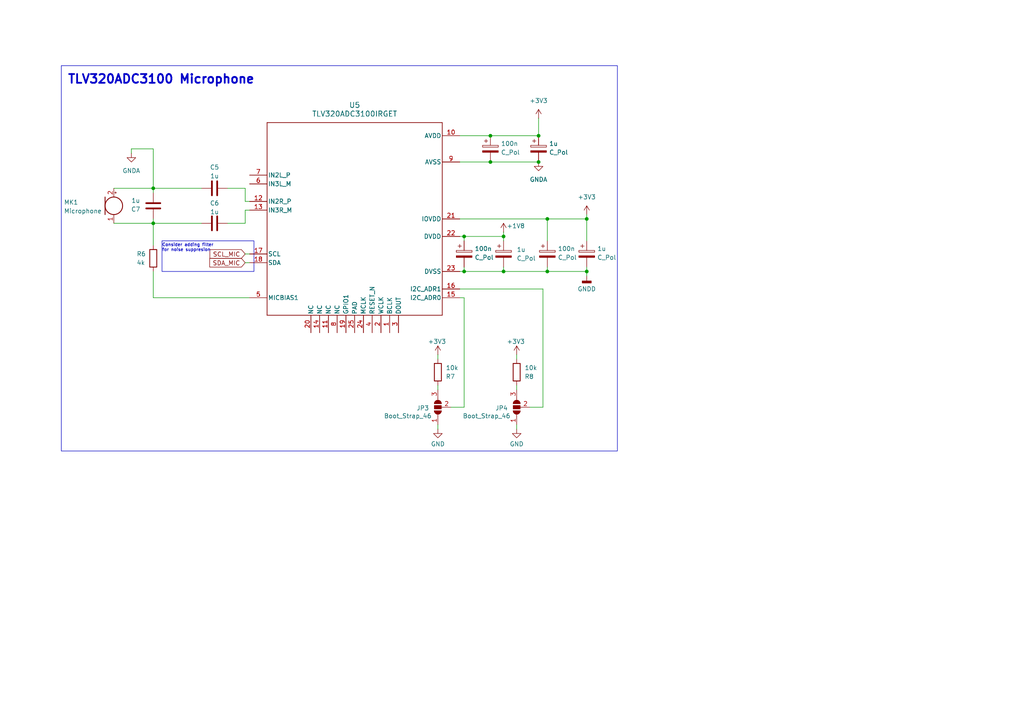
<source format=kicad_sch>
(kicad_sch (version 20231120) (generator "eeschema") (generator_version "8.0")
  (paper "A4")
  (lib_symbols
    (symbol "Device:C" (pin_numbers hide) (pin_names (offset 0.254))
      (property "Reference" "C" (at 0.635 2.54 0))
      (property "Value" "C" (at 0.635 -2.54 0))
      (symbol "C_0_1"
        (polyline (pts (xy -2.032 -0.762) (xy 2.032 -0.762)) (stroke (width 0.508)))
        (polyline (pts (xy -2.032 0.762) (xy 2.032 0.762)) (stroke (width 0.508)))
      )
      (symbol "C_1_1"
        (pin passive line (at 0 3.81 270) (length 2.794) (name "~") (number "1"))
        (pin passive line (at 0 -3.81 90) (length 2.794) (name "~") (number "2"))
      )
    )
    (symbol "Device:C_Polarized" (pin_numbers hide) (pin_names (offset 0.254))
      (property "Reference" "C" (at 0.635 2.54 0))
      (property "Value" "C_Polarized" (at 0.635 -2.54 0))
      (symbol "C_Polarized_0_1"
        (rectangle (start -2.286 0.508) (end 2.286 1.016))
        (polyline (pts (xy -1.778 2.286) (xy -0.762 2.286)))
        (polyline (pts (xy -1.27 2.794) (xy -1.27 1.778)))
        (rectangle (start 2.286 -0.508) (end -2.286 -1.016) (fill (type outline)))
      )
      (symbol "C_Polarized_1_1"
        (pin passive line (at 0 3.81 270) (length 2.794) (name "~") (number "1"))
        (pin passive line (at 0 -3.81 90) (length 2.794) (name "~") (number "2"))
      )
    )
    (symbol "Device:Microphone" (pin_names (offset 0.0254) hide)
      (property "Reference" "MK" (at -3.81 1.27 0))
      (property "Value" "Microphone" (at -3.81 -0.635 0))
      (symbol "Microphone_0_1"
        (polyline (pts (xy -2.54 2.54) (xy -2.54 -2.54)) (stroke (width 0.254)))
        (polyline (pts (xy 0.254 3.81) (xy 0.762 3.81)))
        (polyline (pts (xy 0.508 4.064) (xy 0.508 3.556)))
        (circle (center 0 0) (radius 2.54) (stroke (width 0.254)))
      )
      (symbol "Microphone_1_1"
        (pin passive line (at 0 -5.08 90) (length 2.54) (name "-") (number "1"))
        (pin passive line (at 0 5.08 270) (length 2.54) (name "+") (number "2"))
      )
    )
    (symbol "Device:R" (pin_numbers hide) (pin_names (offset 0))
      (property "Reference" "R" (at 2.032 0 90))
      (property "Value" "R" (at 0 0 90))
      (symbol "R_0_1"
        (rectangle (start -1.016 -2.54) (end 1.016 2.54) (stroke (width 0.254)))
      )
      (symbol "R_1_1"
        (pin passive line (at 0 3.81 270) (length 1.27) (name "~") (number "1"))
        (pin passive line (at 0 -3.81 90) (length 1.27) (name "~") (number "2"))
      )
    )
    (symbol "Jumper:SolderJumper_3_Open" (pin_names (offset 0) hide) (exclude_from_sim yes) (in_bom no)
      (property "Reference" "JP" (at -2.54 -2.54 0))
      (property "Value" "SolderJumper_3_Open" (at 0 2.794 0))
      (symbol "SolderJumper_3_Open_0_1"
        (arc (start -1.016 1.016) (mid -2.0276 0) (end -1.016 -1.016))
        (arc (start -1.016 1.016) (mid -2.0276 0) (end -1.016 -1.016) (fill (type outline)))
        (rectangle (start -0.508 1.016) (end 0.508 -1.016) (fill (type outline)))
        (polyline (pts (xy -2.54 0) (xy -2.032 0)))
        (polyline (pts (xy -1.016 1.016) (xy -1.016 -1.016)))
        (polyline (pts (xy 0 -1.27) (xy 0 -1.016)))
        (polyline (pts (xy 1.016 1.016) (xy 1.016 -1.016)))
        (polyline (pts (xy 2.54 0) (xy 2.032 0)))
        (arc (start 1.016 -1.016) (mid 2.0276 0) (end 1.016 1.016))
        (arc (start 1.016 -1.016) (mid 2.0276 0) (end 1.016 1.016) (fill (type outline)))
      )
      (symbol "SolderJumper_3_Open_1_1"
        (pin passive line (at -5.08 0 0) (length 2.54) (name "A") (number "1"))
        (pin passive line (at 0 -3.81 90) (length 2.54) (name "C") (number "2"))
        (pin passive line (at 5.08 0 180) (length 2.54) (name "B") (number "3"))
      )
    )
    (symbol "capstone:TLV320ADC3100IRGET" (pin_names (offset 0.254))
      (property "Reference" "U5" (at 0 33.02 0))
      (property "Value" "TLV320ADC3100IRGET" (at 0 30.48 0))
      (symbol "TLV320ADC3100IRGET_0_1"
        (polyline (pts (xy -25.4 -27.94) (xy 25.4 -27.94)) (stroke (width 0.2032)))
        (polyline (pts (xy -25.4 27.94) (xy -25.4 -27.94)) (stroke (width 0.2032)))
        (polyline (pts (xy 25.4 -27.94) (xy 25.4 27.94)) (stroke (width 0.2032)))
        (polyline (pts (xy 25.4 27.94) (xy -25.4 27.94)) (stroke (width 0.2032)))
        (pin bidirectional line (at 10.16 -33.02 90) (length 5.08) (name "BCLK") (number "1"))
        (pin power_in line (at 30.48 24.13 180) (length 5.08) (name "AVDD") (number "10"))
        (pin unspecified line (at -7.62 -33.02 90) (length 5.08) (name "NC") (number "11"))
        (pin input line (at -30.48 5.08 0) (length 5.08) (name "IN2R_P") (number "12"))
        (pin input line (at -30.48 2.54 0) (length 5.08) (name "IN3R_M") (number "13"))
        (pin unspecified line (at -10.16 -33.02 90) (length 5.08) (name "NC") (number "14"))
        (pin input line (at 30.48 -22.86 180) (length 5.08) (name "I2C_ADR0") (number "15"))
        (pin input line (at 30.48 -20.32 180) (length 5.08) (name "I2C_ADR1") (number "16"))
        (pin input line (at -30.48 -10.16 0) (length 5.08) (name "SCL") (number "17"))
        (pin bidirectional line (at -30.48 -12.7 0) (length 5.08) (name "SDA") (number "18"))
        (pin bidirectional line (at -2.54 -33.02 90) (length 5.08) (name "GPIO1") (number "19"))
        (pin bidirectional line (at 7.62 -33.02 90) (length 5.08) (name "WCLK") (number "2"))
        (pin unspecified line (at -12.7 -33.02 90) (length 5.08) (name "NC") (number "20"))
        (pin power_in line (at 30.48 0 180) (length 5.08) (name "IOVDD") (number "21"))
        (pin power_in line (at 30.48 -5.08 180) (length 5.08) (name "DVDD") (number "22"))
        (pin power_in line (at 30.48 -15.24 180) (length 5.08) (name "DVSS") (number "23"))
        (pin input line (at 2.54 -33.02 90) (length 5.08) (name "MCLK") (number "24"))
        (pin power_in line (at 0 -33.02 90) (length 5.08) (name "PAD") (number "25"))
        (pin output line (at 12.7 -33.02 90) (length 5.08) (name "DOUT") (number "3"))
        (pin input line (at 5.08 -33.02 90) (length 5.08) (name "RESET_N") (number "4"))
        (pin power_in line (at -30.48 -22.86 0) (length 5.08) (name "MICBIAS1") (number "5"))
        (pin input line (at -30.48 10.16 0) (length 5.08) (name "IN3L_M") (number "6"))
        (pin input line (at -30.48 12.7 0) (length 5.08) (name "IN2L_P") (number "7"))
        (pin unspecified line (at -5.08 -33.02 90) (length 5.08) (name "NC") (number "8"))
        (pin power_in line (at 30.48 16.51 180) (length 5.08) (name "AVSS") (number "9"))
      )
    )
    (symbol "power:+1V8" (power) (pin_numbers hide) (pin_names (offset 0) hide)
      (property "Value" "+1V8" (at 0 3.556 0))
      (symbol "+1V8_0_1"
        (polyline (pts (xy -0.762 1.27) (xy 0 2.54)))
        (polyline (pts (xy 0 0) (xy 0 2.54)))
        (polyline (pts (xy 0 2.54) (xy 0.762 1.27)))
      )
      (symbol "+1V8_1_1"
        (pin power_in line (at 0 0 90) (length 0) (name "~") (number "1"))
      )
    )
    (symbol "power:+3V3" (power) (pin_numbers hide) (pin_names (offset 0) hide)
      (property "Value" "+3V3" (at 0 3.556 0))
      (symbol "+3V3_0_1"
        (polyline (pts (xy -0.762 1.27) (xy 0 2.54)))
        (polyline (pts (xy 0 0) (xy 0 2.54)))
        (polyline (pts (xy 0 2.54) (xy 0.762 1.27)))
      )
      (symbol "+3V3_1_1"
        (pin power_in line (at 0 0 90) (length 0) (name "~") (number "1"))
      )
    )
    (symbol "power:GND" (power) (pin_numbers hide) (pin_names (offset 0) hide)
      (property "Value" "GND" (at 0 -3.81 0))
      (symbol "GND_0_1"
        (polyline (pts (xy 0 0) (xy 0 -1.27) (xy 1.27 -1.27) (xy 0 -2.54) (xy -1.27 -1.27) (xy 0 -1.27)))
      )
      (symbol "GND_1_1"
        (pin power_in line (at 0 0 270) (length 0) (name "~") (number "1"))
      )
    )
    (symbol "power:GNDA" (power) (pin_numbers hide) (pin_names (offset 0) hide)
      (property "Value" "GNDA" (at 0 -3.81 0))
      (symbol "GNDA_0_1"
        (polyline (pts (xy 0 0) (xy 0 -1.27) (xy 1.27 -1.27) (xy 0 -2.54) (xy -1.27 -1.27) (xy 0 -1.27)))
      )
      (symbol "GNDA_1_1"
        (pin power_in line (at 0 0 270) (length 0) (name "~") (number "1"))
      )
    )
    (symbol "power:GNDD" (power) (pin_numbers hide) (pin_names (offset 0) hide)
      (property "Value" "GNDD" (at 0 -3.175 0))
      (symbol "GNDD_0_1"
        (rectangle (start -1.27 -1.524) (end 1.27 -2.032) (stroke (width 0.254)) (fill (type outline)))
        (polyline (pts (xy 0 0) (xy 0 -1.524)))
      )
      (symbol "GNDD_1_1"
        (pin power_in line (at 0 0 270) (length 0) (name "~") (number "1"))
      )
    )
  )
  (junction (at 44.45 54.61))
  (junction (at 134.62 68.58))
  (junction (at 146.05 78.74))
  (junction (at 134.62 78.74))
  (junction (at 146.05 68.58))
  (junction (at 170.18 78.74))
  (junction (at 170.18 63.5))
  (junction (at 142.24 39.37))
  (junction (at 156.21 46.99))
  (junction (at 44.45 64.77))
  (junction (at 158.75 78.74))
  (junction (at 158.75 63.5))
  (junction (at 142.24 46.99))
  (junction (at 156.21 39.37))
  (wire (pts (xy 127 111.76) (xy 127 113.03)))
  (wire (pts (xy 44.45 54.61) (xy 58.42 54.61)))
  (wire (pts (xy 134.62 78.74) (xy 146.05 78.74)))
  (wire (pts (xy 127 102.87) (xy 127 104.14)))
  (wire (pts (xy 146.05 67.31) (xy 146.05 68.58)))
  (wire (pts (xy 44.45 54.61) (xy 44.45 43.18)))
  (wire (pts (xy 134.62 86.36) (xy 134.62 118.11)))
  (wire (pts (xy 133.35 68.58) (xy 134.62 68.58)))
  (wire (pts (xy 158.75 78.74) (xy 158.75 77.47)))
  (wire (pts (xy 149.86 102.87) (xy 149.86 104.14)))
  (wire (pts (xy 133.35 46.99) (xy 142.24 46.99)))
  (wire (pts (xy 156.21 34.29) (xy 156.21 39.37)))
  (wire (pts (xy 44.45 64.77) (xy 58.42 64.77)))
  (wire (pts (xy 134.62 118.11) (xy 130.81 118.11)))
  (wire (pts (xy 170.18 63.5) (xy 170.18 69.85)))
  (wire (pts (xy 71.12 58.42) (xy 72.39 58.42)))
  (wire (pts (xy 133.35 78.74) (xy 134.62 78.74)))
  (wire (pts (xy 44.45 43.18) (xy 38.1 43.18)))
  (wire (pts (xy 71.12 54.61) (xy 71.12 58.42)))
  (wire (pts (xy 33.02 54.61) (xy 44.45 54.61)))
  (wire (pts (xy 33.02 64.77) (xy 44.45 64.77)))
  (wire (pts (xy 133.35 63.5) (xy 158.75 63.5)))
  (wire (pts (xy 146.05 68.58) (xy 146.05 69.85)))
  (wire (pts (xy 170.18 62.23) (xy 170.18 63.5)))
  (wire (pts (xy 134.62 68.58) (xy 134.62 69.85)))
  (wire (pts (xy 133.35 83.82) (xy 157.48 83.82)))
  (wire (pts (xy 71.12 64.77) (xy 71.12 60.96)))
  (wire (pts (xy 142.24 46.99) (xy 156.21 46.99)))
  (wire (pts (xy 71.12 73.66) (xy 72.39 73.66)))
  (wire (pts (xy 72.39 86.36) (xy 44.45 86.36)))
  (wire (pts (xy 66.04 64.77) (xy 71.12 64.77)))
  (wire (pts (xy 158.75 63.5) (xy 158.75 69.85)))
  (wire (pts (xy 142.24 39.37) (xy 156.21 39.37)))
  (wire (pts (xy 38.1 43.18) (xy 38.1 44.45)))
  (wire (pts (xy 44.45 86.36) (xy 44.45 78.74)))
  (wire (pts (xy 146.05 78.74) (xy 146.05 77.47)))
  (wire (pts (xy 127 124.46) (xy 127 123.19)))
  (wire (pts (xy 133.35 39.37) (xy 142.24 39.37)))
  (wire (pts (xy 158.75 63.5) (xy 170.18 63.5)))
  (wire (pts (xy 71.12 60.96) (xy 72.39 60.96)))
  (wire (pts (xy 44.45 63.5) (xy 44.45 64.77)))
  (wire (pts (xy 158.75 78.74) (xy 170.18 78.74)))
  (wire (pts (xy 44.45 54.61) (xy 44.45 55.88)))
  (wire (pts (xy 170.18 78.74) (xy 170.18 77.47)))
  (wire (pts (xy 146.05 78.74) (xy 158.75 78.74)))
  (wire (pts (xy 149.86 111.76) (xy 149.86 113.03)))
  (wire (pts (xy 66.04 54.61) (xy 71.12 54.61)))
  (wire (pts (xy 134.62 68.58) (xy 146.05 68.58)))
  (wire (pts (xy 134.62 86.36) (xy 133.35 86.36)))
  (wire (pts (xy 170.18 78.74) (xy 170.18 80.01)))
  (wire (pts (xy 44.45 64.77) (xy 44.45 71.12)))
  (wire (pts (xy 71.12 76.2) (xy 72.39 76.2)))
  (wire (pts (xy 134.62 78.74) (xy 134.62 77.47)))
  (wire (pts (xy 149.86 124.46) (xy 149.86 123.19)))
  (wire (pts (xy 157.48 83.82) (xy 157.48 118.11)))
  (wire (pts (xy 157.48 118.11) (xy 153.67 118.11)))
  (rectangle (start 46.99 69.85) (end 73.66 78.74))
  (rectangle (start 17.78 19.05) (end 179.07 130.81))
  (text "Consider adding filter \nfor noise suppresion" (at 46.99 71.882 0) (effects (font (size 0.889 0.889)) (justify left)))
  (text "TLV320ADC3100 Microphone" (at 46.736 23.114 0) (effects (font (size 2.54 2.54) (thickness 0.508) (bold yes))))
  (global_label "SDA_MIC" (shape input) (at 71.12 76.2 180) (property "Intersheetrefs" "${INTERSHEET_REFS}" (effects (hide yes))))
  (global_label "SCL_MIC" (shape input) (at 71.12 73.66 180) (property "Intersheetrefs" "${INTERSHEET_REFS}" (effects (hide yes))))
  (symbol (lib_id "Device:C_Polarized") (at 142.24 43.18 0) (unit 1)
    (property "Reference" "100n" (at 145.288 41.656 0) (effects (justify left)))
    (property "Value" "C_Pol" (at 145.288 44.196 0) (effects (justify left)))
    (property "Description" "Polarized capacitor" (effects (hide yes)))
  )
  (symbol (lib_id "Device:C") (at 44.45 59.69 180) (unit 1)
    (property "Reference" "C7" (at 39.37 60.706 0))
    (property "Value" "1u" (at 39.37 58.166 0))
    (property "Description" "Unpolarized capacitor" (effects (hide yes)))
  )
  (symbol (lib_id "power:GNDD") (at 170.18 80.01 0) (unit 1)
    (property "Reference" "#PWR035" (effects (hide yes)))
    (property "Value" "GNDD" (at 170.18 83.82 0))
    (property "Description" "Power symbol creates a global label with name \"GNDD\" , digital ground" (effects (hide yes)))
  )
  (symbol (lib_id "Device:R") (at 149.86 107.95 0) (unit 1)
    (property "Reference" "R8" (at 152.146 109.22 0) (effects (justify left)))
    (property "Value" "10k" (at 152.146 106.68 0) (effects (justify left)))
    (property "Description" "Resistor" (effects (hide yes)))
  )
  (symbol (lib_id "power:+3V3") (at 149.86 102.87 0) (unit 1)
    (property "Reference" "#PWR038" (effects (hide yes)))
    (property "Value" "+3V3" (at 149.606 99.06 0))
    (property "Description" "Power symbol creates a global label with name \"+3V3\"" (effects (hide yes)))
  )
  (symbol (lib_id "power:+3V3") (at 170.18 62.23 0) (unit 1)
    (property "Reference" "#PWR033" (effects (hide yes)))
    (property "Value" "+3V3" (at 170.18 57.15 0))
    (property "Description" "Power symbol creates a global label with name \"+3V3\"" (effects (hide yes)))
  )
  (symbol (lib_id "Device:C_Polarized") (at 170.18 73.66 0) (unit 1)
    (property "Reference" "1u" (at 173.228 72.136 0) (effects (justify left)))
    (property "Value" "C_Pol" (at 173.228 74.676 0) (effects (justify left)))
    (property "Description" "Polarized capacitor" (effects (hide yes)))
  )
  (symbol (lib_id "Device:C") (at 62.23 54.61 90) (unit 1)
    (property "Reference" "C5" (at 62.23 48.514 90))
    (property "Value" "1u" (at 62.23 51.054 90))
    (property "Description" "Unpolarized capacitor" (effects (hide yes)))
  )
  (symbol (lib_id "power:GND") (at 149.86 124.46 0) (unit 1)
    (property "Reference" "#PWR039" (effects (hide yes)))
    (property "Value" "GND" (at 149.86 128.778 0))
    (property "Description" "Power symbol creates a global label with name \"GND\" , ground" (effects (hide yes)))
  )
  (symbol (lib_id "Device:C") (at 62.23 64.77 90) (unit 1)
    (property "Reference" "C6" (at 62.23 58.928 90))
    (property "Value" "1u" (at 62.23 61.468 90))
    (property "Description" "Unpolarized capacitor" (effects (hide yes)))
  )
  (symbol (lib_id "Device:C_Polarized") (at 146.05 73.66 0) (unit 1)
    (property "Reference" "1u" (at 149.86 72.39 0) (effects (justify left)))
    (property "Value" "C_Pol" (at 149.86 74.93 0) (effects (justify left)))
    (property "Description" "Polarized capacitor" (effects (hide yes)))
  )
  (symbol (lib_id "Jumper:SolderJumper_3_Open") (at 127 118.11 90) (unit 1) (exclude_from_sim yes) (in_bom no)
    (property "Reference" "JP3" (at 124.46 118.364 90) (effects (justify left)))
    (property "Value" "Boot_Strap_46" (at 125.222 120.65 90) (effects (justify left)))
    (property "Footprint" "Jumper:SolderJumper-3_P1.3mm_Open_RoundedPad1.0x1.5mm" (effects (hide yes)))
    (property "Description" "Solder Jumper, 3-pole, open" (effects (hide yes)))
  )
  (symbol (lib_id "power:GNDA") (at 156.21 46.99 0) (mirror y) (unit 1)
    (property "Reference" "#PWR031" (effects (hide yes)))
    (property "Value" "GNDA" (at 156.21 52.07 0))
    (property "Description" "Power symbol creates a global label with name \"GNDA\" , analog ground" (effects (hide yes)))
  )
  (symbol (lib_id "Device:C_Polarized") (at 158.75 73.66 0) (unit 1)
    (property "Reference" "100n" (at 161.798 72.136 0) (effects (justify left)))
    (property "Value" "C_Pol" (at 161.798 74.676 0) (effects (justify left)))
    (property "Description" "Polarized capacitor" (effects (hide yes)))
  )
  (symbol (lib_id "power:+3V3") (at 127 102.87 0) (unit 1)
    (property "Reference" "#PWR036" (effects (hide yes)))
    (property "Value" "+3V3" (at 126.746 99.06 0))
    (property "Description" "Power symbol creates a global label with name \"+3V3\"" (effects (hide yes)))
  )
  (symbol (lib_id "Device:C_Polarized") (at 134.62 73.66 0) (unit 1)
    (property "Reference" "100n" (at 137.668 72.136 0) (effects (justify left)))
    (property "Value" "C_Pol" (at 137.668 74.676 0) (effects (justify left)))
    (property "Description" "Polarized capacitor" (effects (hide yes)))
  )
  (symbol (lib_id "Device:R") (at 44.45 74.93 0) (unit 1)
    (property "Reference" "R6" (at 39.624 73.66 0) (effects (justify left)))
    (property "Value" "4k" (at 39.624 76.2 0) (effects (justify left)))
    (property "Description" "Resistor" (effects (hide yes)))
  )
  (symbol (lib_id "power:+1V8") (at 146.05 67.31 0) (unit 1)
    (property "Reference" "#PWR034" (effects (hide yes)))
    (property "Value" "+1V8" (at 149.606 65.532 0))
    (property "Description" "Power symbol creates a global label with name \"+1V8\"" (effects (hide yes)))
  )
  (symbol (lib_id "power:GND") (at 127 124.46 0) (unit 1)
    (property "Reference" "#PWR037" (effects (hide yes)))
    (property "Value" "GND" (at 127 128.778 0))
    (property "Description" "Power symbol creates a global label with name \"GND\" , ground" (effects (hide yes)))
  )
  (symbol (lib_id "power:GNDA") (at 38.1 44.45 0) (unit 1)
    (property "Reference" "#PWR017" (effects (hide yes)))
    (property "Value" "GNDA" (at 38.1 49.53 0))
    (property "Description" "Power symbol creates a global label with name \"GNDA\" , analog ground" (effects (hide yes)))
  )
  (symbol (lib_id "Device:R") (at 127 107.95 0) (unit 1)
    (property "Reference" "R7" (at 129.286 109.22 0) (effects (justify left)))
    (property "Value" "10k" (at 129.286 106.68 0) (effects (justify left)))
    (property "Description" "Resistor" (effects (hide yes)))
  )
  (symbol (lib_id "power:+3V3") (at 156.21 34.29 0) (mirror y) (unit 1)
    (property "Reference" "#PWR032" (effects (hide yes)))
    (property "Value" "+3V3" (at 156.21 29.21 0))
    (property "Description" "Power symbol creates a global label with name \"+3V3\"" (effects (hide yes)))
  )
  (symbol (lib_id "capstone:TLV320ADC3100IRGET") (at 102.87 63.5 0) (unit 1)
    (property "Reference" "U5" (at 102.87 30.48 0) (effects (font (size 1.524 1.524))))
    (property "Value" "TLV320ADC3100IRGET" (at 102.87 33.02 0) (effects (font (size 1.524 1.524))))
    (property "Footprint" "RGE0024B" (effects (hide yes)))
    (property "Datasheet" "TLV320ADC3100IRGET" (effects (hide yes)))
  )
  (symbol (lib_id "Jumper:SolderJumper_3_Open") (at 149.86 118.11 90) (unit 1) (exclude_from_sim yes) (in_bom no)
    (property "Reference" "JP4" (at 147.32 118.364 90) (effects (justify left)))
    (property "Value" "Boot_Strap_46" (at 148.082 120.65 90) (effects (justify left)))
    (property "Footprint" "Jumper:SolderJumper-3_P1.3mm_Open_RoundedPad1.0x1.5mm" (effects (hide yes)))
    (property "Description" "Solder Jumper, 3-pole, open" (effects (hide yes)))
  )
  (symbol (lib_id "Device:Microphone") (at 33.02 59.69 0) (unit 1)
    (property "Reference" "MK1" (at 18.542 58.674 0) (effects (justify left)))
    (property "Value" "Microphone" (at 18.542 61.214 0) (effects (justify left)))
    (property "Description" "Microphone" (effects (hide yes)))
  )
  (symbol (lib_id "Device:C_Polarized") (at 156.21 43.18 0) (unit 1)
    (property "Reference" "1u" (at 159.258 41.656 0) (effects (justify left)))
    (property "Value" "C_Pol" (at 159.258 44.196 0) (effects (justify left)))
    (property "Description" "Polarized capacitor" (effects (hide yes)))
  )
)
</source>
